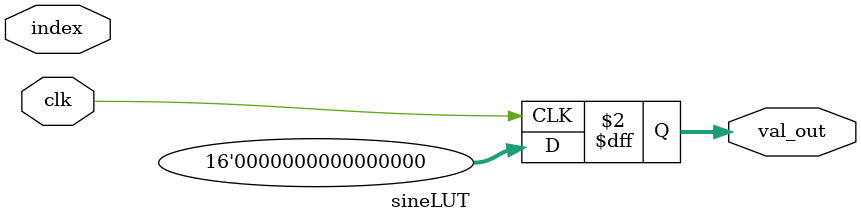
<source format=v>


module dummyA4(clk, val_out); // maybe different style of coding, everything in module declaration?
	input clk;
	output reg [15:0] val_out;
	reg [31:0] phase;
	// Phase increment can be precalculated = 188978561.024 (ignoring the truncated part) -> 2^32 * fd /fs
	
	wire [15:0] lut_out;
	assign lut_out = val_out;
	
	// for now wire it like this? can it be done simpler?
	sineLUT lut(.clk(clk), .index(phase[31:16]), .val_out(lut_out));
	
	always @(posedge clk)
		phase <= phase + 32'h0b43_9581;
	
endmodule

// for now let's assume 8192 samples = 2^13, generate four quarters of one cycle for now (simplify later, but requires more logic)
module sineLUT(clk, index, val_out);
	input clk;
	input [15:0] index; // has to be bus?
	output reg [15:0] val_out; //width?
	
	always @(posedge clk) begin
		case (index)
			//generate values
			default	:	val_out <= 16'b0;
		endcase
	end
endmodule

</source>
